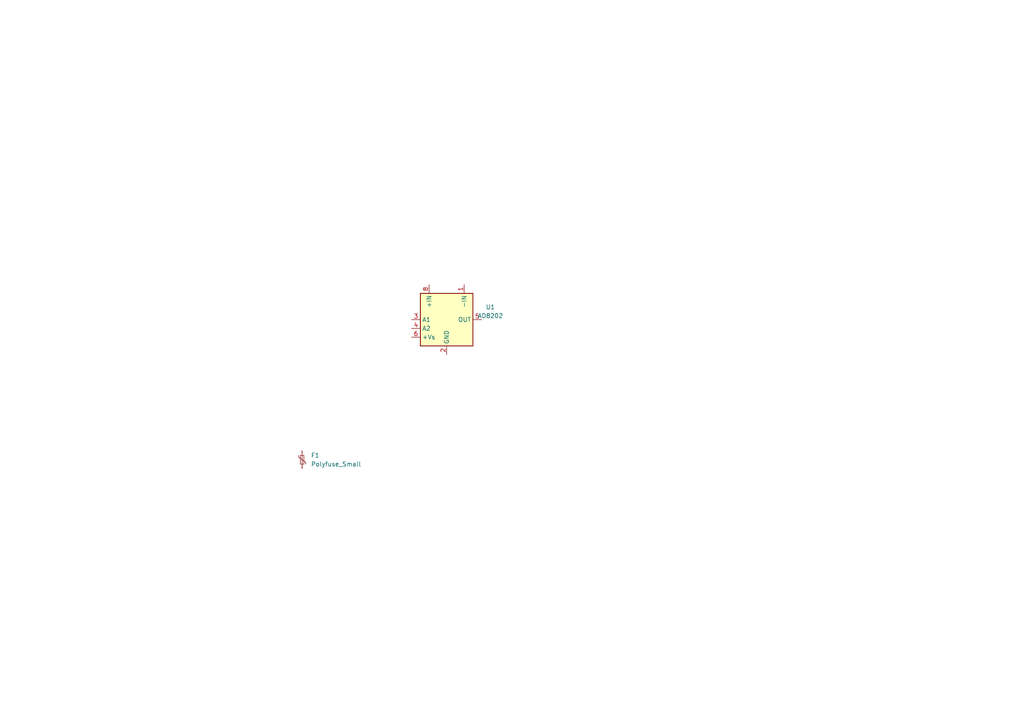
<source format=kicad_sch>
(kicad_sch (version 20230121) (generator eeschema)
  (paper "A4")
  (lib_symbols
    (symbol "Amplifier_Current:AD8202"
      (property "Reference" "U" (at -7.62 10.795 0))
      (property "Value" "AD8202" (at -7.62 8.89 0))
      (symbol "AD8202_0_1"
        (rectangle (start -7.62 7.62) (end 7.62 -7.62) (stroke (width 0.254)) (fill (type background)))
      )
      (symbol "AD8202_1_1"
        (pin input line (at 5.08 10.16 270) (length 2.54) (name "-IN") (number "1"))
        (pin power_in line (at 0 -10.16 90) (length 2.54) (name "GND") (number "2"))
        (pin output line (at -10.16 0 0) (length 2.54) (name "A1") (number "3"))
        (pin input line (at -10.16 -2.54 0) (length 2.54) (name "A2") (number "4"))
        (pin output line (at 10.16 0 180) (length 2.54) (name "OUT") (number "5"))
        (pin power_in line (at -10.16 -5.08 0) (length 2.54) (name "+Vs") (number "6"))
        (pin no_connect line (at 2.54 -7.62 90) (length 2.54) hide (name "NC") (number "7"))
        (pin input line (at -5.08 10.16 270) (length 2.54) (name "+IN") (number "8"))
      )
    )
    (symbol "Device:Polyfuse_Small" (pin_numbers hide) (pin_names (offset 0))
      (property "Reference" "F" (at -1.905 0 90))
      (property "Value" "Polyfuse_Small" (at 1.905 0 90))
      (symbol "Polyfuse_Small_0_1"
        (rectangle (start -0.508 1.27) (end 0.508 -1.27))
        (polyline (pts (xy 0 2.54) (xy 0 -2.54)))
        (polyline (pts (xy -1.016 1.27) (xy -1.016 0.762) (xy 1.016 -0.762) (xy 1.016 -1.27)))
      )
      (symbol "Polyfuse_Small_1_1"
        (pin passive line (at 0 2.54 270) (length 0.635) (name "~") (number "1"))
        (pin passive line (at 0 -2.54 90) (length 0.635) (name "~") (number "2"))
      )
    )
  )
  (symbol (lib_id "Amplifier_Current:AD8202") (at 129.54 92.71 0) (unit 1)
    (property "Reference" "U1" (at 142.24 89.0621 0))
    (property "Value" "AD8202" (at 142.24 91.6021 0))
    (property "Datasheet" "https://www.analog.com/media/en/technical-documentation/data-sheets/AD8202.pdf" (effects hide))
  )
  (symbol (lib_id "Device:Polyfuse_Small") (at 87.63 133.35 0) (unit 1)
    (property "Reference" "F1" (at 90.17 132.08 0) (effects (justify left)))
    (property "Value" "Polyfuse_Small" (at 90.17 134.62 0) (effects (justify left)))
  )
)
</source>
